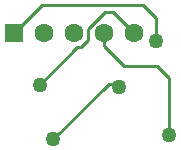
<source format=gbl>
G04*
G04 #@! TF.GenerationSoftware,Altium Limited,Altium Designer,21.2.2 (38)*
G04*
G04 Layer_Physical_Order=2*
G04 Layer_Color=16711680*
%FSLAX42Y42*%
%MOMM*%
G71*
G04*
G04 #@! TF.SameCoordinates,3077339D-DC90-483C-9222-5C5CAF03B3EF*
G04*
G04*
G04 #@! TF.FilePolarity,Positive*
G04*
G01*
G75*
%ADD27C,0.25*%
%ADD28C,1.60*%
%ADD29R,1.60X1.60*%
%ADD30C,1.27*%
D27*
X851Y1027D02*
X1166Y1342D01*
X1469Y1639D02*
X1648Y1460D01*
X1402Y1639D02*
X1469D01*
X1260Y1497D02*
X1402Y1639D01*
X1260Y1403D02*
Y1497D01*
X1199Y1342D02*
X1260Y1403D01*
X1166Y1342D02*
X1199D01*
X1496Y1035D02*
X1522Y1009D01*
X1435Y1035D02*
X1496D01*
X968Y567D02*
X1435Y1035D01*
X1394Y1356D02*
Y1460D01*
Y1356D02*
X1562Y1187D01*
X1844D01*
X1946Y1086D01*
Y600D02*
Y1086D01*
X1839Y1398D02*
Y1594D01*
X1730Y1703D02*
X1839Y1594D01*
X875Y1703D02*
X1730D01*
X632Y1460D02*
X875Y1703D01*
D28*
X1140Y1460D02*
D03*
X886D02*
D03*
X1394D02*
D03*
X1648D02*
D03*
D29*
X632D02*
D03*
D30*
X851Y1027D02*
D03*
X1522Y1009D02*
D03*
X968Y567D02*
D03*
X1946Y600D02*
D03*
X1839Y1398D02*
D03*
M02*

</source>
